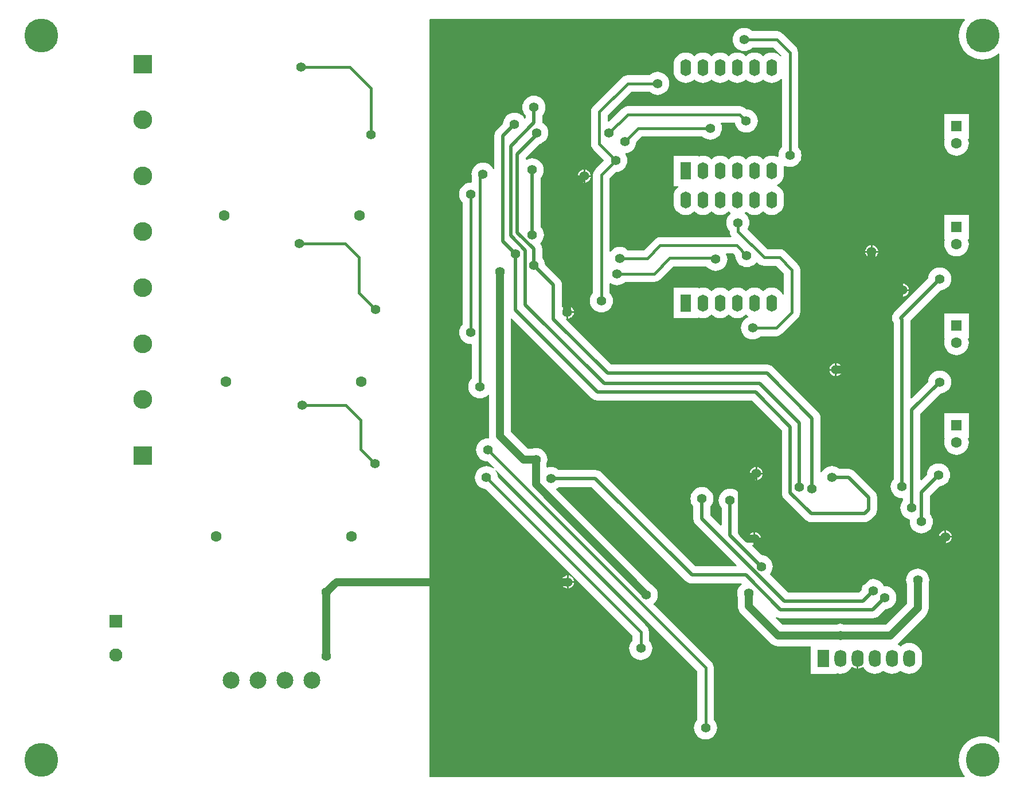
<source format=gtl>
%FSTAX23Y23*%
%MOIN*%
%SFA1B1*%

%IPPOS*%
%ADD24C,0.047200*%
%ADD25C,0.019700*%
%ADD26C,0.015700*%
%ADD27C,0.063000*%
%ADD28R,0.109300X0.109300*%
%ADD29C,0.109300*%
%ADD30R,0.063000X0.098400*%
%ADD31O,0.063000X0.098400*%
%ADD32C,0.098400*%
%ADD33C,0.076800*%
%ADD34R,0.076800X0.076800*%
%ADD35O,0.070000X0.100000*%
%ADD36R,0.070000X0.100000*%
%ADD37R,0.063000X0.063000*%
%ADD38C,0.055100*%
%ADD39C,0.196900*%
%LNpcb_washver2-1*%
%LPD*%
G36*
X05689Y05199D02*
X05678Y05187D01*
X05667Y05169*
X05659Y05149*
X05654Y05128*
X05652Y05106*
X05654Y05084*
X05659Y05063*
X05667Y05043*
X05678Y05025*
X05692Y05008*
X05709Y04994*
X05727Y04983*
X05747Y04975*
X05769Y0497*
X0579Y04968*
X05812Y0497*
X05833Y04975*
X05853Y04983*
X05871Y04994*
X05883Y05004*
X05888Y05002*
Y00997*
X05883Y00995*
X05871Y01005*
X05853Y01017*
X05833Y01025*
X05812Y0103*
X0579Y01032*
X05769Y0103*
X05747Y01025*
X05727Y01017*
X05709Y01005*
X05692Y00991*
X05678Y00975*
X05667Y00956*
X05659Y00936*
X05654Y00915*
X05652Y00893*
X05654Y00872*
X05659Y00851*
X05667Y00831*
X05678Y00812*
X05689Y008*
X05686Y00795*
X02575*
X02574Y05201*
X02577Y05204*
X05686*
X05689Y05199*
G37*
%LNpcb_washver2-2*%
%LPC*%
G36*
X04405Y05152D02*
X04392Y05151D01*
X04379Y05147*
X04367Y05141*
X04357Y05133*
X04349Y05123*
X04343Y05111*
X04339Y05098*
X04337Y05085*
X04339Y05072*
X04343Y05059*
X04349Y05048*
X04357Y05038*
X04367Y05029*
X04379Y05023*
X04392Y05019*
X04405Y05018*
X04418Y05019*
X0443Y05023*
X04442Y05029*
X04451Y05037*
X04452Y05037*
X04452Y05038*
X04575*
X04622Y04991*
X04621Y04988*
X04616Y04987*
X04615Y04989*
X04604Y04997*
X04591Y05004*
X04578Y05008*
X04564Y05009*
X0455Y05008*
X04537Y05004*
X04525Y04997*
X04514Y04989*
X04504Y04997*
X04491Y05004*
X04478Y05008*
X04464Y05009*
X0445Y05008*
X04437Y05004*
X04425Y04997*
X04414Y04989*
X04404Y04997*
X04391Y05004*
X04378Y05008*
X04364Y05009*
X0435Y05008*
X04337Y05004*
X04325Y04997*
X04314Y04989*
X04304Y04997*
X04291Y05004*
X04278Y05008*
X04264Y05009*
X0425Y05008*
X04237Y05004*
X04225Y04997*
X04214Y04989*
X04204Y04997*
X04191Y05004*
X04178Y05008*
X04164Y05009*
X0415Y05008*
X04137Y05004*
X04125Y04997*
X04114Y04989*
X04104Y04997*
X04091Y05004*
X04078Y05008*
X04064Y05009*
X0405Y05008*
X04037Y05004*
X04025Y04997*
X04014Y04989*
X04005Y04978*
X03998Y04965*
X03994Y04952*
X03993Y04938*
Y04903*
X03994Y04889*
X03998Y04876*
X04005Y04863*
X04014Y04852*
X04025Y04844*
X04037Y04837*
X0405Y04833*
X04064Y04832*
X04078Y04833*
X04091Y04837*
X04104Y04844*
X04114Y04852*
X04125Y04844*
X04137Y04837*
X0415Y04833*
X04164Y04832*
X04178Y04833*
X04191Y04837*
X04204Y04844*
X04214Y04852*
X04225Y04844*
X04237Y04837*
X0425Y04833*
X04264Y04832*
X04278Y04833*
X04291Y04837*
X04304Y04844*
X04314Y04852*
X04325Y04844*
X04337Y04837*
X0435Y04833*
X04364Y04832*
X04378Y04833*
X04391Y04837*
X04404Y04844*
X04414Y04852*
X04425Y04844*
X04437Y04837*
X0445Y04833*
X04464Y04832*
X04478Y04833*
X04491Y04837*
X04504Y04844*
X04514Y04852*
X04525Y04844*
X04537Y04837*
X0455Y04833*
X04564Y04832*
X04578Y04833*
X04591Y04837*
X04604Y04844*
X04615Y04852*
X04618Y04857*
X04623Y04855*
Y04457*
X04623Y04457*
X04622Y04456*
X04614Y04447*
X04608Y04436*
X04604Y04423*
X04603Y0441*
X04604Y04403*
X04599Y044*
X04591Y04404*
X04578Y04408*
X04564Y04409*
X0455Y04408*
X04537Y04404*
X04525Y04397*
X04514Y04389*
X04504Y04397*
X04491Y04404*
X04478Y04408*
X04464Y04409*
X0445Y04408*
X04437Y04404*
X04425Y04397*
X04414Y04389*
X04404Y04397*
X04391Y04404*
X04378Y04408*
X04364Y04409*
X0435Y04408*
X04337Y04404*
X04325Y04397*
X04314Y04389*
X04304Y04397*
X04291Y04404*
X04278Y04408*
X04264Y04409*
X0425Y04408*
X04237Y04404*
X04225Y04397*
X04214Y04389*
X04204Y04397*
X04191Y04404*
X04178Y04408*
X04164Y04409*
X0415Y04408*
X0414Y04405*
X04135Y04408*
Y04409*
X03993*
Y04232*
X0402*
X04022Y04227*
X04014Y04221*
X04005Y0421*
X03998Y04197*
X03994Y04184*
X03993Y0417*
Y04135*
X03994Y04121*
X03998Y04108*
X04005Y04095*
X04014Y04084*
X04025Y04076*
X04037Y04069*
X0405Y04065*
X04064Y04064*
X04078Y04065*
X04091Y04069*
X04104Y04076*
X04114Y04084*
X04125Y04076*
X04137Y04069*
X0415Y04065*
X04164Y04064*
X04178Y04065*
X04191Y04069*
X04204Y04076*
X04214Y04084*
X04225Y04076*
X04237Y04069*
X0425Y04065*
X04264Y04064*
X04278Y04065*
X04291Y04069*
X04304Y04076*
X04314Y04084*
X04324Y04076*
X04325Y04071*
X0432Y04067*
X04311Y04057*
X04305Y04045*
X04301Y04032*
X043Y04019*
X04301Y04006*
X04305Y03993*
X04311Y03982*
X04319Y03973*
X04319Y03972*
X0432Y03972*
Y03969*
X04321Y03957*
X04326Y03945*
X0433Y0394*
X04328Y03935*
X03916*
X03904Y03933*
X03893Y03929*
X03883Y03921*
X0382Y03858*
X03729*
X03729Y03858*
X03728Y03859*
X03719Y03866*
X03707Y03873*
X03694Y03877*
X03681Y03878*
X03668Y03877*
X03656Y03873*
X03644Y03866*
X03634Y03858*
X03627Y0385*
X03622Y03851*
Y04278*
X03657Y04313*
X03657*
X03658Y04313*
X0367Y04314*
X03682Y04318*
X03694Y04325*
X03704Y04333*
X03713Y04343*
X03719Y04355*
X03723Y04367*
X03724Y0438*
X03723Y04394*
X03719Y04406*
X03713Y04418*
X03715Y04423*
X03723Y04424*
X03736Y04428*
X03747Y04434*
X03757Y04442*
X03766Y04452*
X03772Y04464*
X03776Y04477*
X03777Y04488*
X03777Y04489*
Y0449*
X03809Y04522*
X04159*
X0416Y04522*
X0416Y04521*
X04169Y04514*
X04181Y04507*
X04194Y04503*
X04207Y04502*
X0422Y04503*
X04233Y04507*
X04244Y04514*
X04254Y04522*
X04263Y04532*
X04269Y04544*
X04273Y04556*
X04274Y04569*
X04273Y04583*
X04269Y04595*
X04268Y04596*
X04271Y04601*
X0435*
X04351Y04598*
X04354Y04585*
X04361Y04573*
X04369Y04563*
X04379Y04555*
X04391Y04549*
X04403Y04545*
X04416Y04544*
X0443Y04545*
X04442Y04549*
X04454Y04555*
X04464Y04563*
X04472Y04573*
X04479Y04585*
X04482Y04598*
X04484Y04611*
X04482Y04624*
X04479Y04637*
X04472Y04648*
X04464Y04658*
X04454Y04667*
X04442Y04673*
X0443Y04677*
X04418Y04678*
X04417Y04678*
X04417*
X04413Y04682*
X04403Y04689*
X04391Y04694*
X04379Y04696*
X03727*
X03714Y04694*
X03703Y04689*
X03693Y04682*
X03618Y04607*
X03618*
X03617Y04607*
X03614Y04607*
X0361Y0461*
Y04644*
X03747Y04782*
X03853*
X03853Y04781*
X03854Y04781*
X03863Y04773*
X03875Y04767*
X03888Y04763*
X03901Y04762*
X03914Y04763*
X03926Y04767*
X03938Y04773*
X03948Y04782*
X03957Y04792*
X03963Y04804*
X03967Y04816*
X03968Y04829*
X03967Y04842*
X03963Y04855*
X03957Y04867*
X03948Y04877*
X03938Y04885*
X03926Y04891*
X03914Y04895*
X03901Y04897*
X03888Y04895*
X03875Y04891*
X03863Y04885*
X03854Y04878*
X03853Y04877*
X03853Y04877*
X03728*
X03715Y04875*
X03704Y04871*
X03694Y04863*
X03528Y04698*
X03521Y04688*
X03516Y04676*
X03514Y04664*
Y04477*
X03516Y04465*
X03521Y04453*
X03528Y04443*
X0359Y04382*
Y04382*
X03589Y04381*
Y04381*
X0354Y04332*
X03533Y04322*
X03528Y0431*
X03526Y04298*
Y03613*
X03526Y03612*
X03526Y03612*
X03518Y03602*
X03512Y03591*
X03508Y03578*
X03507Y03565*
X03508Y03552*
X03512Y03539*
X03518Y03528*
X03526Y03518*
X03537Y03509*
X03548Y03503*
X03561Y03499*
X03574Y03498*
X03587Y03499*
X036Y03503*
X03611Y03509*
X03622Y03518*
X0363Y03528*
X03636Y03539*
X0364Y03552*
X03641Y03565*
X0364Y03578*
X03636Y03591*
X0363Y03602*
X03622Y03612*
X03622Y03612*
X03622Y03613*
Y03665*
X03626Y03667*
X03628Y03666*
X03639Y0366*
X03652Y03656*
X03665Y03654*
X03678Y03656*
X03691Y0366*
X03703Y03666*
X03712Y03673*
X03712Y03674*
X03713Y03674*
X03881*
X03893Y03676*
X03905Y0368*
X03914Y03688*
X03991Y03765*
X04186*
X04192Y03758*
X04202Y0375*
X04214Y03744*
X04226Y0374*
X04239Y03738*
X04252Y0374*
X04265Y03744*
X04277Y0375*
X04287Y03758*
X04295Y03768*
X04301Y0378*
X04305Y03793*
X04307Y03806*
X04305Y03819*
X04301Y03831*
X04299Y03835*
X04302Y0384*
X04341*
X04352Y03828*
Y03828*
X04352Y03827*
X04353Y03815*
X04357Y03803*
X04364Y03791*
X04372Y03781*
X04382Y03772*
X04394Y03766*
X04406Y03762*
X04419Y03761*
X04433Y03762*
X04445Y03766*
X04457Y03772*
X04467Y03781*
X04473Y03788*
X0448Y03789*
X04486Y03783*
X04496Y03775*
X04507Y0377*
X0452Y03769*
X04591*
X04635Y03725*
Y03601*
X04634Y03601*
X04627Y03602*
X04623Y0361*
X04615Y03621*
X04604Y03629*
X04591Y03636*
X04578Y0364*
X04564Y03641*
X0455Y0364*
X04537Y03636*
X04525Y03629*
X04514Y03621*
X04504Y03629*
X04491Y03636*
X04478Y0364*
X04464Y03641*
X0445Y0364*
X04437Y03636*
X04425Y03629*
X04414Y03621*
X04404Y03629*
X04391Y03636*
X04378Y0364*
X04364Y03641*
X0435Y0364*
X04337Y03636*
X04325Y03629*
X04314Y03621*
X04304Y03629*
X04291Y03636*
X04278Y0364*
X04264Y03641*
X0425Y0364*
X04237Y03636*
X04225Y03629*
X04214Y03621*
X04204Y03629*
X04191Y03636*
X04178Y0364*
X04164Y03641*
X0415Y0364*
X0414Y03637*
X04135Y0364*
Y03641*
X03993*
Y03464*
X04135*
Y03465*
X0414Y03468*
X0415Y03465*
X04164Y03464*
X04178Y03465*
X04191Y03469*
X04204Y03476*
X04214Y03484*
X04225Y03476*
X04237Y03469*
X0425Y03465*
X04264Y03464*
X04278Y03465*
X04291Y03469*
X04304Y03476*
X04314Y03484*
X04325Y03476*
X04337Y03469*
X0435Y03465*
X04364Y03464*
X04378Y03465*
X04391Y03469*
X04404Y03476*
X04414Y03484*
X04425Y03476*
X04428Y03474*
X04428Y03473*
X04427Y03469*
X04416Y03463*
X04405Y03455*
X04397Y03444*
X04391Y03433*
X04387Y0342*
X04386Y03407*
X04387Y03394*
X04391Y03381*
X04397Y0337*
X04405Y03359*
X04416Y03351*
X04427Y03345*
X0444Y03341*
X04453Y0334*
X04466Y03341*
X04479Y03345*
X0449Y03351*
X04499Y03359*
X045Y03359*
X045Y03359*
X04591*
X04603Y03361*
X04615Y03366*
X04624Y03373*
X04716Y03465*
X04723Y03475*
X04728Y03486*
X0473Y03499*
Y03745*
X04728Y03757*
X04723Y03768*
X04716Y03778*
X04644Y0385*
X04634Y03858*
X04623Y03863*
X0461Y03864*
X0454*
X04423Y03981*
X04423Y03982*
X04429Y03993*
X04433Y04006*
X04435Y04019*
X04433Y04032*
X04429Y04045*
X04423Y04057*
X04415Y04067*
X04408Y04073*
Y04079*
X04414Y04084*
X04425Y04076*
X04437Y04069*
X0445Y04065*
X04464Y04064*
X04478Y04065*
X04491Y04069*
X04504Y04076*
X04514Y04084*
X04525Y04076*
X04537Y04069*
X0455Y04065*
X04564Y04064*
X04578Y04065*
X04591Y04069*
X04604Y04076*
X04615Y04084*
X04623Y04095*
X0463Y04108*
X04634Y04121*
X04635Y04135*
Y0417*
X04634Y04184*
X0463Y04197*
X04623Y0421*
X04615Y04221*
X04604Y04229*
X04596Y04234*
Y04239*
X04604Y04244*
X04615Y04252*
X04623Y04263*
X0463Y04276*
X04634Y04289*
X04635Y04303*
Y04338*
X04634Y04348*
X04639Y04351*
X04645Y04348*
X04657Y04344*
X0467Y04343*
X04684Y04344*
X04696Y04348*
X04708Y04354*
X04718Y04362*
X04726Y04373*
X04733Y04384*
X04736Y04397*
X04738Y0441*
X04736Y04423*
X04733Y04436*
X04726Y04447*
X04719Y04456*
X04718Y04457*
X04718Y04457*
Y05009*
X04716Y05022*
X04712Y05033*
X04704Y05043*
X04628Y05119*
X04618Y05126*
X04607Y05131*
X04595Y05133*
X04452*
X04452Y05133*
X04451Y05134*
X04442Y05141*
X0443Y05147*
X04418Y05151*
X04405Y05152*
G37*
G36*
X03182Y04757D02*
X03169Y04756D01*
X03156Y04752*
X03145Y04746*
X03135Y04737*
X03126Y04727*
X0312Y04715*
X03116Y04703*
X03115Y0469*
X03116Y04677*
X0312Y04664*
X03126Y04652*
X03133Y04645*
Y04626*
X03128Y04625*
X03125Y04629*
X03117Y0464*
X03106Y04648*
X03095Y04654*
X03082Y04658*
X03069Y04659*
X03056Y04658*
X03043Y04654*
X03032Y04648*
X03021Y0464*
X03013Y04629*
X03007Y04618*
X03003Y04605*
X03002Y04595*
X02967Y0456*
X02959Y0455*
X02954Y04538*
X02952Y04525*
Y0433*
X02947Y04329*
X02942Y04338*
X02934Y04348*
X02924Y04357*
X02912Y04363*
X029Y04367*
X02886Y04368*
X02873Y04367*
X02861Y04363*
X02849Y04357*
X02839Y04348*
X02831Y04338*
X02824Y04326*
X0282Y04314*
X02819Y04301*
X0282Y04296*
X0282Y04296*
X0282Y04274*
Y04255*
X02816Y04251*
X02814Y04251*
X02801Y0425*
X02789Y04246*
X02777Y0424*
X02767Y04232*
X02758Y04222*
X02752Y0421*
X02748Y04197*
X02747Y04184*
X02748Y04171*
X02752Y04158*
X02758Y04147*
X02767Y04137*
X02767Y04136*
X02768Y04136*
Y03428*
X02767Y03428*
X02767Y03427*
X02759Y03418*
X02753Y03406*
X02749Y03394*
X02748Y0338*
X02749Y03367*
X02753Y03355*
X02759Y03343*
X02768Y03333*
X02778Y03325*
X02789Y03318*
X02802Y03314*
X02815Y03313*
X02816*
X0282Y0331*
Y03112*
X02819Y03112*
X02819Y03111*
X02811Y03102*
X02805Y03091*
X02801Y03078*
X028Y03065*
X02801Y03052*
X02805Y03039*
X02811Y03028*
X0282Y03017*
X0283Y03009*
X02842Y03003*
X02854Y02999*
X02867Y02998*
X0288Y02999*
X02893Y03003*
X02905Y03009*
X02915Y03017*
X02916Y03019*
X02921Y03017*
Y02777*
X02922Y02769*
X02918Y02764*
X02913Y02764*
X029Y02763*
X02887Y02759*
X02875Y02753*
X02865Y02745*
X02857Y02735*
X0285Y02723*
X02847Y0271*
X02845Y02697*
X02847Y02684*
X0285Y02671*
X02857Y0266*
X02865Y0265*
X02875Y02641*
X02887Y02635*
X029Y02631*
X02911Y0263*
X02912Y0263*
X02912*
X0295Y02593*
X02946Y02589*
X02943Y02591*
X02932Y02598*
X02919Y02602*
X02906Y02603*
X02893Y02602*
X0288Y02598*
X02869Y02591*
X02858Y02583*
X0285Y02573*
X02844Y02561*
X0284Y02549*
X02839Y02536*
X0284Y02522*
X02844Y0251*
X0285Y02498*
X02858Y02488*
X02869Y0248*
X0288Y02473*
X02893Y0247*
X02905Y02468*
X02906Y02468*
X02906*
X03755Y01619*
Y0159*
X03755Y0159*
X03754Y01589*
X03747Y0158*
X0374Y01568*
X03737Y01556*
X03735Y01543*
X03737Y0153*
X0374Y01517*
X03747Y01505*
X03755Y01495*
X03765Y01487*
X03777Y01481*
X03789Y01477*
X03803Y01475*
X03816Y01477*
X03828Y01481*
X0384Y01487*
X0385Y01495*
X03858Y01505*
X03865Y01517*
X03869Y0153*
X0387Y01543*
X03869Y01556*
X03865Y01568*
X03858Y0158*
X03851Y01589*
X0385Y0159*
X0385Y0159*
Y01639*
X03849Y01651*
X03844Y01663*
X03836Y01673*
X02973Y02536*
Y02536*
X02973Y02537*
X02972Y02549*
X02968Y02561*
X02962Y02573*
X02959Y02576*
X02963Y02579*
X04132Y01411*
Y01129*
X04132Y01128*
X04131Y01128*
X04124Y01118*
X04117Y01107*
X04114Y01094*
X04112Y01081*
X04114Y01068*
X04117Y01055*
X04124Y01044*
X04132Y01033*
X04142Y01025*
X04154Y01019*
X04166Y01015*
X0418Y01014*
X04193Y01015*
X04205Y01019*
X04217Y01025*
X04227Y01033*
X04235Y01044*
X04242Y01055*
X04246Y01068*
X04247Y01081*
X04246Y01094*
X04242Y01107*
X04235Y01118*
X04228Y01128*
X04227Y01128*
X04227Y01129*
Y0143*
X04226Y01443*
X04221Y01454*
X04213Y01464*
X03879Y01799*
X03879Y01804*
X03882Y01806*
X03891Y01817*
X03897Y01828*
X03901Y01841*
X03902Y01854*
X03901Y01867*
X03897Y0188*
X03891Y01891*
X03882Y01901*
X03872Y0191*
X03864Y01914*
X03311Y02467*
X03312Y02472*
X03318Y02475*
X03326Y02481*
X03518*
X04064Y01935*
X04075Y01927*
X04087Y01922*
X041Y0192*
X04388*
X0439Y01915*
X04384Y0191*
X04375Y019*
X04369Y01888*
X04365Y01876*
X04364Y01863*
X04365Y0185*
X04368Y01841*
Y01789*
X04369Y01777*
X04373Y01765*
X04379Y01754*
X04386Y01744*
X04557Y01574*
X04566Y01566*
X04577Y0156*
X04589Y01557*
X04602Y01555*
X0479*
Y01395*
X04938*
Y01395*
X04942Y01398*
X04949Y01396*
X04964Y01395*
X04979Y01396*
X04993Y01401*
X05006Y01407*
X05017Y01417*
X05026Y01428*
X05029Y01433*
X05035Y01435*
X05041Y0143*
X05052Y01426*
X05059Y01425*
Y01485*
X05069*
Y01425*
X05076Y01426*
X05087Y0143*
X05093Y01435*
X05099Y01433*
X05102Y01428*
X05111Y01417*
X05122Y01407*
X05135Y01401*
X05149Y01396*
X05164Y01395*
X05179Y01396*
X05193Y01401*
X05206Y01407*
X05214Y01414*
X05222Y01407*
X05235Y01401*
X05249Y01396*
X05264Y01395*
X05279Y01396*
X05293Y01401*
X05306Y01407*
X05314Y01414*
X05322Y01407*
X05335Y01401*
X05349Y01396*
X05364Y01395*
X05379Y01396*
X05393Y01401*
X05406Y01407*
X05417Y01417*
X05426Y01428*
X05433Y01441*
X05437Y01455*
X05439Y0147*
Y015*
X05437Y01514*
X05433Y01528*
X05426Y01541*
X05417Y01552*
X05406Y01562*
X05393Y01569*
X05379Y01573*
X05364Y01574*
X05349Y01573*
X05335Y01569*
X05322Y01562*
X05314Y01555*
X05306Y01562*
X05297Y01566*
X05297Y01571*
X053Y01574*
X05458Y01732*
X05466Y01742*
X05472Y01753*
X05476Y01765*
X05477Y01777*
Y01918*
X05479Y01926*
X05481Y0194*
X05479Y01953*
X05476Y01965*
X05469Y01977*
X05461Y01987*
X05451Y01995*
X05439Y02002*
X05427Y02005*
X05414Y02007*
X054Y02005*
X05388Y02002*
X05376Y01995*
X05366Y01987*
X05358Y01977*
X05351Y01965*
X05348Y01953*
X05346Y0194*
X05348Y01926*
X0535Y01918*
Y01803*
X05229Y01682*
X04985*
X04976Y01685*
X04963Y01686*
X0495Y01685*
X04941Y01682*
X04628*
X04588Y01721*
X04591Y01725*
X04603Y0172*
X04616Y01719*
X05152*
X05165Y0172*
X05177Y01725*
X05187Y01733*
X05225Y01771*
X05235Y01772*
X05247Y01776*
X05259Y01782*
X05269Y01791*
X05278Y01801*
X05284Y01812*
X05288Y01825*
X05289Y01838*
X05288Y01851*
X05284Y01864*
X05278Y01875*
X05269Y01886*
X05259Y01894*
X05247Y019*
X05235Y01904*
X05222Y01905*
X05216Y01905*
X0521Y01916*
X05201Y01926*
X05191Y01934*
X05179Y01941*
X05167Y01944*
X05154Y01946*
X05141Y01944*
X05128Y01941*
X05116Y01934*
X05106Y01926*
X05098Y01916*
X05092Y01904*
X05088Y01892*
X05087Y01882*
X05072Y01867*
X04659*
X04553Y01974*
X04559Y01982*
X04565Y01993*
X04569Y02006*
X0457Y02019*
X04569Y02032*
X04565Y02045*
X04559Y02057*
X04551Y02067*
X0454Y02075*
X04529Y02081*
X04516Y02085*
X04506Y02086*
X04451Y02142*
X04454Y02146*
X04454Y02146*
X04459Y02145*
Y02177*
X04427*
X04428Y02172*
X04428Y02172*
X04424Y02169*
X04372Y0222*
Y0236*
X04378Y02368*
X04385Y02379*
X04388Y02392*
X0439Y02405*
X04388Y02418*
X04385Y02431*
X04378Y02442*
X0437Y02452*
X0436Y02461*
X04348Y02467*
X04336Y02471*
X04322Y02472*
X04309Y02471*
X04297Y02467*
X04285Y02461*
X04275Y02452*
X04267Y02442*
X0426Y02431*
X04257Y02418*
X04255Y02405*
X04257Y02392*
X0426Y02379*
X04267Y02368*
X04273Y0236*
Y0226*
X04268Y02258*
X04208Y02318*
Y02369*
X04215Y02377*
X04221Y02388*
X04225Y02401*
X04226Y02414*
X04225Y02427*
X04221Y0244*
X04215Y02451*
X04206Y02461*
X04196Y0247*
X04184Y02476*
X04172Y0248*
X04159Y02481*
X04145Y0248*
X04133Y02476*
X04121Y0247*
X04111Y02461*
X04103Y02451*
X04096Y0244*
X04093Y02427*
X04091Y02414*
X04093Y02401*
X04096Y02388*
X04103Y02377*
X04109Y02369*
Y02298*
X04111Y02285*
X04116Y02273*
X04124Y02263*
X04362Y02024*
X0436Y0202*
X0412*
X03574Y02566*
X03563Y02574*
X03551Y02579*
X03539Y02581*
X03326*
X03318Y02587*
X03306Y02593*
X03294Y02597*
X03281Y02598*
X03268Y02597*
X0326Y02595*
X03256Y02598*
Y02619*
X03259Y02628*
X0326Y02641*
X03259Y02654*
X03255Y02667*
X03249Y02679*
X03241Y02689*
X0323Y02697*
X03219Y02703*
X03206Y02707*
X03193Y02709*
X0318Y02707*
X03171Y02705*
X03146*
X03048Y02803*
Y03462*
X03052Y03464*
X03517Y02999*
X03527Y02991*
X03539Y02986*
X03552Y02984*
X0445*
X04623Y02812*
Y02448*
X04624Y02436*
X04629Y02424*
X04637Y02413*
X04759Y02291*
X0477Y02283*
X04782Y02278*
X04794Y02277*
X05103*
X05116Y02278*
X05128Y02283*
X05139Y02291*
X05162Y02315*
X0517Y02325*
X05175Y02337*
X05177Y0235*
Y02421*
X05175Y02434*
X0517Y02446*
X05162Y02456*
X05047Y02571*
X05037Y02579*
X05025Y02584*
X05012Y02586*
X0496*
X04952Y02592*
X0494Y02598*
X04928Y02602*
X04915Y02603*
X04901Y02602*
X04889Y02598*
X04877Y02592*
X04867Y02584*
X04859Y02573*
X04854Y02565*
X04849Y02566*
Y02881*
X04847Y02894*
X04842Y02906*
X04834Y02917*
X04573Y03178*
X04562Y03186*
X0455Y03191*
X04538Y03193*
X03632*
X03368Y03457*
X0337Y03461*
X03371Y03461*
Y03499*
Y03536*
X03366Y03535*
X03357Y03531*
X03351Y03527*
X03346Y03529*
Y03656*
X03344Y03668*
X03339Y0368*
X03331Y03691*
X03247Y03775*
X03246Y03785*
X03242Y03797*
X03236Y03809*
X0323Y03817*
Y03866*
X03228Y03879*
X03223Y03891*
X03217Y03898*
X0322Y03901*
X03228Y03911*
X03235Y03923*
X03238Y03935*
X0324Y03948*
X03238Y03961*
X03235Y03974*
X03228Y03986*
X03222Y03993*
Y04282*
X03223Y04283*
X03227Y04289*
X03234Y04301*
X03237Y04313*
X03239Y04326*
X03237Y04339*
X03234Y04352*
X03227Y04364*
X03219Y04374*
X03209Y04382*
X03197Y04388*
X03185Y04392*
X03171Y04394*
X03158Y04392*
X03146Y04388*
X0314Y04385*
X03135Y04388*
Y04398*
X03213Y04476*
X03213Y04476*
X03215Y04477*
X03217Y04478*
X03218Y04478*
X0322Y04479*
X03223Y0448*
X03235Y04486*
X03245Y04495*
X03254Y04505*
X0326Y04517*
X03264Y04529*
X03265Y04542*
X03264Y04555*
X0326Y04568*
X03254Y0458*
X03245Y0459*
X03235Y04598*
X03232Y046*
Y046*
Y04645*
X03238Y04652*
X03244Y04664*
X03248Y04677*
X03249Y0469*
X03248Y04703*
X03244Y04715*
X03238Y04727*
X0323Y04737*
X0322Y04746*
X03208Y04752*
X03195Y04756*
X03182Y04757*
G37*
G36*
X0571Y0465D02*
X05568D01*
Y04509*
X05569*
X05572Y04504*
X05569Y04493*
X05568Y0448*
X05569Y04466*
X05573Y04452*
X0558Y0444*
X05589Y04429*
X05599Y0442*
X05612Y04414*
X05625Y0441*
X05639Y04408*
X05653Y0441*
X05666Y04414*
X05679Y0442*
X05689Y04429*
X05698Y0444*
X05705Y04452*
X05709Y04466*
X0571Y0448*
X05709Y04493*
X05706Y04504*
X05709Y04509*
X0571*
Y0465*
G37*
G36*
X0348Y04327D02*
Y04295D01*
X03513*
X03512Y04299*
X03508Y04309*
X03502Y04316*
X03494Y04322*
X03485Y04326*
X0348Y04327*
G37*
G36*
X0347D02*
X03465Y04326D01*
X03456Y04322*
X03449Y04316*
X03442Y04309*
X03439Y04299*
X03438Y04295*
X0347*
Y04327*
G37*
G36*
X03513Y04285D02*
X0348D01*
Y04252*
X03485Y04253*
X03494Y04257*
X03502Y04263*
X03508Y04271*
X03512Y0428*
X03513Y04285*
G37*
G36*
X0347D02*
X03438D01*
X03439Y0428*
X03442Y04271*
X03449Y04263*
X03456Y04257*
X03465Y04253*
X0347Y04252*
Y04285*
G37*
G36*
X0515Y03888D02*
Y03855D01*
X05183*
X05182Y0386*
X05178Y03869*
X05172Y03877*
X05164Y03883*
X05155Y03887*
X0515Y03888*
G37*
G36*
X0514D02*
X05136Y03887D01*
X05127Y03883*
X05119Y03877*
X05113Y03869*
X05109Y0386*
X05108Y03855*
X0514*
Y03888*
G37*
G36*
X0571Y04065D02*
X05568D01*
Y03924*
X05569*
X05572Y03919*
X05569Y03908*
X05568Y03895*
X05569Y03881*
X05573Y03867*
X0558Y03855*
X05589Y03844*
X05599Y03835*
X05612Y03829*
X05625Y03825*
X05639Y03823*
X05653Y03825*
X05666Y03829*
X05679Y03835*
X05689Y03844*
X05698Y03855*
X05705Y03867*
X05709Y03881*
X0571Y03895*
X05709Y03908*
X05706Y03919*
X05709Y03924*
X0571*
Y04065*
G37*
G36*
X05183Y03845D02*
X0515D01*
Y03813*
X05155Y03814*
X05164Y03818*
X05172Y03824*
X05178Y03831*
X05182Y03841*
X05183Y03845*
G37*
G36*
X0514D02*
X05108D01*
X05109Y03841*
X05113Y03831*
X05119Y03824*
X05127Y03818*
X05136Y03814*
X0514Y03813*
Y03845*
G37*
G36*
X05329Y03664D02*
Y03632D01*
X05361*
X05361Y03636*
X05357Y03645*
X05351Y03653*
X05343Y03659*
X05334Y03663*
X05329Y03664*
G37*
G36*
X05319D02*
X05314Y03663D01*
X05305Y03659*
X05297Y03653*
X05291Y03645*
X05287Y03636*
X05287Y03632*
X05319*
Y03664*
G37*
G36*
X05361Y03622D02*
X05329D01*
Y03589*
X05334Y0359*
X05343Y03594*
X05351Y036*
X05357Y03608*
X05361Y03617*
X05361Y03622*
G37*
G36*
X05319D02*
X05287D01*
X05287Y03617*
X05291Y03608*
X05297Y036*
X05305Y03594*
X05314Y0359*
X05319Y03589*
Y03622*
G37*
G36*
X03381Y03536D02*
Y03504D01*
X03413*
X03413Y03508*
X03409Y03518*
X03403Y03525*
X03395Y03531*
X03386Y03535*
X03381Y03536*
G37*
G36*
X03413Y03494D02*
X03381D01*
Y03461*
X03386Y03462*
X03395Y03466*
X03403Y03472*
X03409Y0348*
X03413Y03489*
X03413Y03494*
G37*
G36*
X0571Y0349D02*
X05568D01*
Y03349*
X05569*
X05572Y03344*
X05569Y03333*
X05568Y0332*
X05569Y03306*
X05573Y03292*
X0558Y0328*
X05589Y03269*
X05599Y0326*
X05612Y03254*
X05625Y0325*
X05639Y03248*
X05653Y0325*
X05666Y03254*
X05679Y0326*
X05689Y03269*
X05698Y0328*
X05705Y03292*
X05709Y03306*
X0571Y0332*
X05709Y03333*
X05706Y03344*
X05709Y03349*
X0571*
Y0349*
G37*
G36*
X04942Y03201D02*
Y03169D01*
X04974*
X04974Y03174*
X0497Y03183*
X04964Y03191*
X04956Y03197*
X04947Y03201*
X04942Y03201*
G37*
G36*
X04932D02*
X04927Y03201D01*
X04918Y03197*
X0491Y03191*
X04904Y03183*
X04901Y03174*
X049Y03169*
X04932*
Y03201*
G37*
G36*
X04974Y03159D02*
X04942D01*
Y03127*
X04947Y03127*
X04956Y03131*
X04964Y03137*
X0497Y03145*
X04974Y03154*
X04974Y03159*
G37*
G36*
X04932D02*
X049D01*
X04901Y03154*
X04904Y03145*
X0491Y03137*
X04918Y03131*
X04927Y03127*
X04932Y03127*
Y03159*
G37*
G36*
X0571Y0291D02*
X05568D01*
Y02769*
X05569*
X05572Y02764*
X05569Y02753*
X05568Y0274*
X05569Y02726*
X05573Y02712*
X0558Y027*
X05589Y02689*
X05599Y0268*
X05612Y02674*
X05625Y0267*
X05639Y02668*
X05653Y0267*
X05666Y02674*
X05679Y0268*
X05689Y02689*
X05698Y027*
X05705Y02712*
X05709Y02726*
X0571Y0274*
X05709Y02753*
X05706Y02764*
X05709Y02769*
X0571*
Y0291*
G37*
G36*
X0448Y02597D02*
Y02565D01*
X04512*
X04511Y02569*
X04507Y02579*
X04501Y02586*
X04493Y02592*
X04484Y02596*
X0448Y02597*
G37*
G36*
X0447D02*
X04465Y02596D01*
X04456Y02592*
X04448Y02586*
X04442Y02579*
X04438Y02569*
X04437Y02565*
X0447*
Y02597*
G37*
G36*
X04512Y02555D02*
X0448D01*
Y02522*
X04484Y02523*
X04493Y02527*
X04501Y02533*
X04507Y02541*
X04511Y0255*
X04512Y02555*
G37*
G36*
X0447D02*
X04437D01*
X04438Y0255*
X04442Y02541*
X04448Y02533*
X04456Y02527*
X04465Y02523*
X0447Y02522*
Y02555*
G37*
G36*
X05542Y03759D02*
X05528Y03758D01*
X05516Y03754*
X05504Y03748*
X05494Y0374*
X05486Y03729*
X05479Y03718*
X05476Y03705*
X05475Y03695*
X05279Y035*
X05271Y03489*
X05266Y03477*
X05264Y03465*
X05266Y03452*
X05271Y0344*
X05273Y03437*
Y02528*
X05267Y02521*
X0526Y02509*
X05257Y02496*
X05255Y02483*
X05257Y0247*
X0526Y02457*
X05267Y02446*
X05275Y02436*
X05285Y02427*
X05297Y02421*
X05309Y02417*
X05322Y02416*
X05326Y02416*
X05329Y02413*
Y02405*
X05323Y02397*
X05317Y02385*
X05313Y02373*
X05312Y0236*
X05313Y02346*
X05317Y02334*
X05323Y02322*
X05331Y02312*
X05342Y02304*
X05353Y02297*
X05363Y02294*
X05366Y02293*
X05368Y02288*
X05367Y0228*
X05368Y02266*
X05372Y02254*
X05378Y02242*
X05386Y02232*
X05397Y02224*
X05408Y02217*
X05421Y02214*
X05434Y02212*
X05447Y02214*
X0546Y02217*
X05471Y02224*
X05482Y02232*
X0549Y02242*
X05496Y02254*
X055Y02266*
X05501Y0228*
X055Y02293*
X05496Y02305*
X0549Y02317*
X05484Y02325*
Y02432*
X05537Y02485*
X05547Y02486*
X0556Y0249*
X05571Y02496*
X05582Y02505*
X0559Y02515*
X05596Y02526*
X056Y02539*
X05601Y02552*
X056Y02565*
X05596Y02578*
X0559Y02589*
X05582Y026*
X05571Y02608*
X0556Y02614*
X05547Y02618*
X05534Y02619*
X05521Y02618*
X05508Y02614*
X05497Y02608*
X05486Y026*
X05478Y02589*
X05472Y02578*
X05468Y02565*
X05467Y02555*
X05433Y02522*
X05429Y02523*
Y02909*
X05545Y03025*
X05555Y03026*
X05567Y0303*
X05579Y03036*
X05589Y03045*
X05597Y03055*
X05604Y03066*
X05608Y03079*
X05609Y03092*
X05608Y03105*
X05604Y03118*
X05597Y03129*
X05589Y0314*
X05579Y03148*
X05567Y03154*
X05555Y03158*
X05542Y03159*
X05528Y03158*
X05516Y03154*
X05504Y03148*
X05494Y0314*
X05486Y03129*
X05479Y03118*
X05476Y03105*
X05475Y03095*
X05377Y02997*
X05372Y02999*
Y03452*
X05545Y03625*
X05555Y03626*
X05567Y0363*
X05579Y03636*
X05589Y03645*
X05597Y03655*
X05604Y03666*
X05608Y03679*
X05609Y03692*
X05608Y03705*
X05604Y03718*
X05597Y03729*
X05589Y0374*
X05579Y03748*
X05567Y03754*
X05555Y03758*
X05542Y03759*
G37*
G36*
X05579Y0223D02*
Y02197D01*
X05611*
X05611Y02202*
X05607Y02211*
X05601Y02219*
X05593Y02225*
X05584Y02229*
X05579Y0223*
G37*
G36*
X05569D02*
X05564Y02229D01*
X05555Y02225*
X05547Y02219*
X05541Y02211*
X05537Y02202*
X05537Y02197*
X05569*
Y0223*
G37*
G36*
X04469Y02219D02*
Y02187D01*
X04501*
X04501Y02192*
X04497Y02201*
X04491Y02209*
X04483Y02215*
X04474Y02219*
X04469Y02219*
G37*
G36*
X04459D02*
X04454Y02219D01*
X04445Y02215*
X04437Y02209*
X04431Y02201*
X04428Y02192*
X04427Y02187*
X04459*
Y02219*
G37*
G36*
X05611Y02187D02*
X05579D01*
Y02155*
X05584Y02156*
X05593Y0216*
X05601Y02166*
X05607Y02174*
X05611Y02183*
X05611Y02187*
G37*
G36*
X05569D02*
X05537D01*
X05537Y02183*
X05541Y02174*
X05547Y02166*
X05555Y0216*
X05564Y02156*
X05569Y02155*
Y02187*
G37*
G36*
X04501Y02177D02*
X04469D01*
Y02145*
X04474Y02146*
X04483Y02149*
X04491Y02155*
X04497Y02163*
X04501Y02172*
X04501Y02177*
G37*
G36*
X03384Y01966D02*
Y01934D01*
X03416*
X03415Y01939*
X03411Y01948*
X03405Y01956*
X03398Y01962*
X03388Y01966*
X03384Y01966*
G37*
G36*
X03374D02*
X03369Y01966D01*
X0336Y01962*
X03352Y01956*
X03346Y01948*
X03342Y01939*
X03341Y01934*
X03374*
Y01966*
G37*
G36*
X03416Y01924D02*
X03384D01*
Y01892*
X03388Y01893*
X03398Y01896*
X03405Y01902*
X03411Y0191*
X03415Y01919*
X03416Y01924*
G37*
G36*
X03374D02*
X03341D01*
X03342Y01919*
X03346Y0191*
X03352Y01902*
X0336Y01896*
X03369Y01893*
X03374Y01892*
Y01924*
G37*
%LNpcb_washver2-3*%
%LPD*%
G54D24*
X05094Y01935D02*
X05252Y02093D01*
X04712Y01935D02*
X05094D01*
X04464Y02182D02*
X04712Y01935D01*
X05145Y03805D02*
X05324Y03627D01*
X05145Y03805D02*
Y0385D01*
X01975Y01498D02*
Y0187D01*
X02035Y01929*
X03379*
X03193Y02496D02*
Y02641D01*
Y02496D02*
X03835Y01854D01*
X0312Y02641D02*
X03193D01*
X02984Y02777D02*
X0312Y02641D01*
X02984Y02777D02*
Y03735D01*
X05574Y02186D02*
Y02192D01*
X05571D02*
X05574D01*
X05472Y02093D02*
X05571Y02192D01*
X03376Y0419D02*
X03475Y0429D01*
X03376Y03499D02*
Y0419D01*
X05117Y0342D02*
X05324Y03627D01*
X05117Y03254D02*
Y0342D01*
X05027Y03164D02*
X05117Y03254D01*
X04937Y03164D02*
X05027D01*
X04425Y02182D02*
X04464D01*
X0439Y02217D02*
X04425Y02182D01*
X0439Y02476D02*
X04475Y0256D01*
X0439Y02217D02*
Y02476D01*
X05252Y02093D02*
X05472D01*
X04431Y01789D02*
Y01863D01*
X04602Y01619D02*
X04963D01*
X04431Y01789D02*
X04602Y01619D01*
X05414Y01777D02*
Y0194D01*
X05255Y01619D02*
X05414Y01777D01*
X04963Y01619D02*
X05255D01*
G54D25*
X04159Y02298D02*
X04639Y01817D01*
X04322Y022D02*
X04503Y02019D01*
X04322Y022D02*
Y02405D01*
X03002Y04525D02*
X03069Y04592D01*
X03198Y04531D02*
Y04542D01*
X03086Y04419D02*
X03198Y04531D01*
X05322Y02483D02*
Y03456D01*
X05314Y03465D02*
X05322Y03456D01*
X04639Y01817D02*
X05093D01*
X05154Y01878*
X04159Y02298D02*
Y02414D01*
X04616Y01768D02*
X05152D01*
X04415Y0197D02*
X04616Y01768D01*
X041Y0197D02*
X04415D01*
X05152Y01768D02*
X05222Y01838D01*
X03539Y02531D02*
X041Y0197D01*
X05434Y0228D02*
Y02452D01*
X03281Y02531D02*
X03539D01*
X04725Y02482D02*
Y02855D01*
X04496Y03083D02*
X04725Y02855D01*
X03591Y03083D02*
X04496D01*
X04799Y02472D02*
Y02881D01*
X04538Y03143D02*
X04799Y02881D01*
X03132Y03542D02*
X03591Y03083D01*
X03552Y03034D02*
X04471D01*
X03076Y0351D02*
X03552Y03034D01*
X03132Y03542D02*
Y03859D01*
X03047Y03943D02*
X03132Y03859D01*
X03047Y03943D02*
Y04465D01*
X03182Y046*
Y0469*
X03611Y03143D02*
X04538D01*
X03296Y03458D02*
X03611Y03143D01*
X03076Y0351D02*
Y03837D01*
X0318Y03772D02*
Y03866D01*
X03002Y03911D02*
X03076Y03837D01*
X03172Y03948D02*
Y04325D01*
X03171Y04326D02*
X03172Y04325D01*
X03002Y03911D02*
Y04525D01*
X03086Y0396D02*
Y04419D01*
Y0396D02*
X0318Y03866D01*
X03296Y03458D02*
Y03656D01*
X0318Y03772D02*
X03296Y03656D01*
X04915Y02536D02*
X05012D01*
X05127Y02421*
Y0235D02*
Y02421D01*
X05103Y02326D02*
X05127Y0235D01*
X04794Y02326D02*
X05103D01*
X04672Y02448D02*
X04794Y02326D01*
X04672Y02448D02*
Y02832D01*
X04471Y03034D02*
X04672Y02832D01*
X05434Y02452D02*
X05534Y02552D01*
X05379Y0236D02*
Y0293D01*
X05542Y03092*
X05314Y03465D02*
X05542Y03692D01*
G54D26*
X01835Y02958D02*
X02089D01*
X02175Y02872*
X02233Y04532D02*
Y04802D01*
X02111Y04923D02*
X02233Y04802D01*
X01827Y04923D02*
X02111D01*
X02814Y04184D02*
X02815Y04183D01*
Y0338D02*
Y04183D01*
X02867Y03065D02*
Y04282D01*
X02886Y04301*
X03803Y01543D02*
Y01639D01*
X02906Y02536D02*
X03803Y01639D01*
X0418Y01081D02*
Y0143D01*
X02913Y02697D02*
X0418Y0143D01*
X03562Y04477D02*
X0366Y04379D01*
X03574Y03565D02*
Y04298D01*
X03657Y0438*
X02175Y027D02*
X02258Y02617D01*
X02175Y027D02*
Y02872D01*
X02166Y0361D02*
X02261Y03514D01*
X02166Y0361D02*
Y03818D01*
X02085Y03899D02*
X02166Y03818D01*
X01819Y03899D02*
X02085D01*
X0436Y03887D02*
X04419Y03828D01*
X03916Y03887D02*
X0436D01*
X0384Y03811D02*
X03916Y03887D01*
X03681Y03811D02*
X0384D01*
X03665Y03722D02*
X03881D01*
X03972Y03813*
X04453Y03407D02*
X04591D01*
X04682Y03499*
X0461Y03816D02*
X04682Y03745D01*
Y03499D02*
Y03745D01*
X03972Y03813D02*
X04232D01*
X04239Y03806*
X04367Y03969D02*
Y04019D01*
Y03969D02*
X0452Y03816D01*
X0461*
X0467Y0441D02*
Y05009D01*
X04595Y05085D02*
X0467Y05009D01*
X04405Y05085D02*
X04595D01*
X03562Y04477D02*
Y04664D01*
X03728Y04829*
X03901*
X04379Y04648D02*
X04414Y04614D01*
X03727Y04648D02*
X04379D01*
X03618Y0454D02*
X03727Y04648D01*
X03789Y04569D02*
X04207D01*
X0371Y0449D02*
X03789Y04569D01*
G54D27*
X02122Y02193D03*
X01334D03*
X02179Y03095D03*
X01391D03*
X02169Y04062D03*
X01382D03*
X05639Y0274D03*
Y0332D03*
Y03895D03*
Y0448D03*
G54D28*
X00908Y02665D03*
Y04941D03*
G54D29*
X00908Y0299D03*
Y03315D03*
Y03641D03*
Y03966D03*
Y04291D03*
Y04616D03*
G54D30*
X04064Y04321D03*
Y03552D03*
G54D31*
X04164Y04321D03*
X04264D03*
X04364D03*
X04464D03*
X04564D03*
X04064Y04921D03*
X04164D03*
X04264D03*
X04364D03*
X04464D03*
X04564D03*
X04164Y03552D03*
X04264D03*
X04364D03*
X04464D03*
X04564D03*
X04064Y04152D03*
X04164D03*
X04264D03*
X04364D03*
X04464D03*
X04564D03*
G54D32*
X0142Y01357D03*
X01577D03*
X01735D03*
X01892D03*
G54D33*
X00751Y01504D03*
G54D34*
X00751Y01701D03*
G54D35*
X05364Y01485D03*
X05264D03*
X05164D03*
X05064D03*
X04964D03*
G54D36*
X04864Y01485D03*
G54D37*
X05639Y0284D03*
Y0342D03*
Y03995D03*
Y0458D03*
G54D38*
X04322Y02405D03*
X03069Y04592D03*
X03198Y04542D03*
X05322Y02483D03*
X01835Y02958D03*
X02906Y02536D03*
X02233Y04532D03*
X01827Y04923D03*
X05145Y0385D03*
X02867Y03065D03*
X02815Y0338D03*
X02814Y04184D03*
X02886Y04301D03*
X03803Y01543D03*
X0418Y01081D03*
X02913Y02697D03*
X01975Y0187D03*
Y01498D03*
X03574Y03565D03*
X03379Y01929D03*
X02258Y02617D03*
X02261Y03514D03*
X01819Y03899D03*
X03835Y01854D03*
X05574Y02192D03*
X04419Y03828D03*
X03681Y03811D03*
X04475Y0256D03*
X04464Y02182D03*
X03193Y02641D03*
X02984Y03735D03*
X04503Y02019D03*
X04431Y01863D03*
X05154Y01878D03*
X04159Y02414D03*
X05222Y01838D03*
X04963Y01619D03*
X05414Y0194D03*
X03281Y02531D03*
X04725Y02482D03*
X03182Y0469D03*
X03172Y03948D03*
X03076Y03837D03*
X0318Y03772D03*
X04915Y02536D03*
X04799Y02472D03*
X03376Y03499D03*
X03475Y0429D03*
X05324Y03627D03*
X04937Y03164D03*
X04453Y03407D03*
X03171Y04326D03*
X04239Y03806D03*
X04367Y04019D03*
X03665Y03722D03*
X0467Y0441D03*
X04405Y05085D03*
X03657Y0438D03*
X03901Y04829D03*
X04416Y04611D03*
X03618Y0454D03*
X04207Y04569D03*
X0371Y0449D03*
X05542Y03692D03*
X05379Y0236D03*
X05542Y03092D03*
X05434Y0228D03*
X05534Y02552D03*
G54D39*
X0579Y05106D03*
Y00893D03*
X00318D03*
Y05106D03*
M02*
</source>
